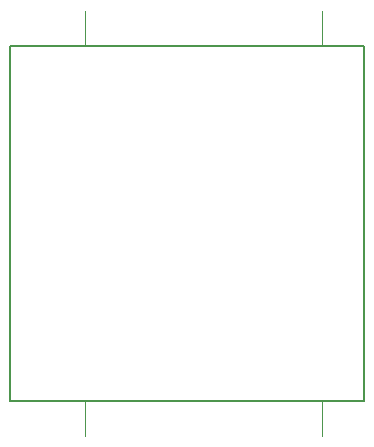
<source format=gbr>
%TF.GenerationSoftware,KiCad,Pcbnew,7.0.7-7.0.7~ubuntu23.04.1*%
%TF.CreationDate,2023-09-26T23:16:17+00:00*%
%TF.ProjectId,TFUSBSERIAL01,54465553-4253-4455-9249-414c30312e6b,REV*%
%TF.SameCoordinates,Original*%
%TF.FileFunction,Profile,NP*%
%FSLAX46Y46*%
G04 Gerber Fmt 4.6, Leading zero omitted, Abs format (unit mm)*
G04 Created by KiCad (PCBNEW 7.0.7-7.0.7~ubuntu23.04.1) date 2023-09-26 23:16:17*
%MOMM*%
%LPD*%
G01*
G04 APERTURE LIST*
%TA.AperFunction,Profile*%
%ADD10C,0.055880*%
%TD*%
%TA.AperFunction,Profile*%
%ADD11C,0.150000*%
%TD*%
G04 APERTURE END LIST*
D10*
X162000000Y-85300000D02*
X162000000Y-82300000D01*
D11*
X135594000Y-85317000D02*
X135594000Y-115317000D01*
X165594000Y-115317000D02*
X165594000Y-85317000D01*
X135594000Y-115317000D02*
X165594000Y-115317000D01*
D10*
X162000000Y-118300000D02*
X162000000Y-115300000D01*
X142000000Y-118300000D02*
X142000000Y-115300000D01*
D11*
X165594000Y-85317000D02*
X135594000Y-85317000D01*
D10*
X142000000Y-85300000D02*
X142000000Y-82300000D01*
M02*

</source>
